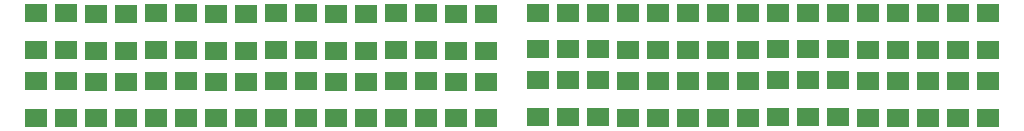
<source format=gtp>
G04 MADE WITH FRITZING*
G04 WWW.FRITZING.ORG*
G04 DOUBLE SIDED*
G04 HOLES PLATED*
G04 CONTOUR ON CENTER OF CONTOUR VECTOR*
%ASAXBY*%
%FSLAX23Y23*%
%MOIN*%
%OFA0B0*%
%SFA1.0B1.0*%
%ADD10R,0.074803X0.062992*%
%LNPASTEMASK1*%
G90*
G70*
G54D10*
X372Y422D03*
X372Y544D03*
X472Y422D03*
X472Y544D03*
X672Y419D03*
X672Y541D03*
X572Y419D03*
X572Y541D03*
X772Y422D03*
X772Y544D03*
X872Y422D03*
X872Y544D03*
X972Y419D03*
X972Y541D03*
X1072Y419D03*
X1072Y541D03*
X1172Y422D03*
X1172Y544D03*
X1272Y422D03*
X1272Y544D03*
X1372Y419D03*
X1372Y541D03*
X1472Y419D03*
X1472Y541D03*
X1672Y422D03*
X1672Y544D03*
X1572Y422D03*
X1572Y544D03*
X1772Y419D03*
X1772Y541D03*
X1872Y419D03*
X1872Y541D03*
X2047Y425D03*
X2047Y547D03*
X2147Y425D03*
X2147Y547D03*
X2247Y425D03*
X2247Y547D03*
X2347Y422D03*
X2347Y544D03*
X2447Y422D03*
X2447Y544D03*
X2547Y422D03*
X2547Y544D03*
X2647Y422D03*
X2647Y544D03*
X2747Y422D03*
X2747Y544D03*
X2847Y425D03*
X2847Y547D03*
X2947Y425D03*
X2947Y547D03*
X3047Y425D03*
X3047Y547D03*
X3147Y422D03*
X3147Y544D03*
X3247Y422D03*
X3247Y544D03*
X3347Y422D03*
X3347Y544D03*
X3447Y422D03*
X3447Y544D03*
X3547Y422D03*
X3547Y544D03*
X372Y647D03*
X372Y769D03*
X472Y647D03*
X472Y769D03*
X572Y644D03*
X572Y766D03*
X672Y644D03*
X672Y766D03*
X872Y647D03*
X872Y769D03*
X772Y647D03*
X772Y769D03*
X972Y644D03*
X972Y766D03*
X1072Y644D03*
X1072Y766D03*
X1172Y647D03*
X1172Y769D03*
X1272Y647D03*
X1272Y769D03*
X1472Y644D03*
X1472Y766D03*
X1372Y644D03*
X1372Y766D03*
X1672Y647D03*
X1672Y769D03*
X1572Y647D03*
X1572Y769D03*
X1772Y644D03*
X1772Y766D03*
X1872Y644D03*
X1872Y766D03*
X2047Y650D03*
X2047Y772D03*
X2147Y650D03*
X2147Y772D03*
X2247Y650D03*
X2247Y772D03*
X2347Y647D03*
X2347Y769D03*
X2447Y647D03*
X2447Y769D03*
X2547Y647D03*
X2547Y769D03*
X2647Y647D03*
X2647Y769D03*
X2747Y647D03*
X2747Y769D03*
X2847Y650D03*
X2847Y772D03*
X2947Y650D03*
X2947Y772D03*
X3047Y650D03*
X3047Y772D03*
X3147Y647D03*
X3147Y769D03*
X3247Y647D03*
X3247Y769D03*
X3347Y647D03*
X3347Y769D03*
X3447Y647D03*
X3447Y769D03*
X3547Y647D03*
X3547Y769D03*
G04 End of PasteMask1*
M02*
</source>
